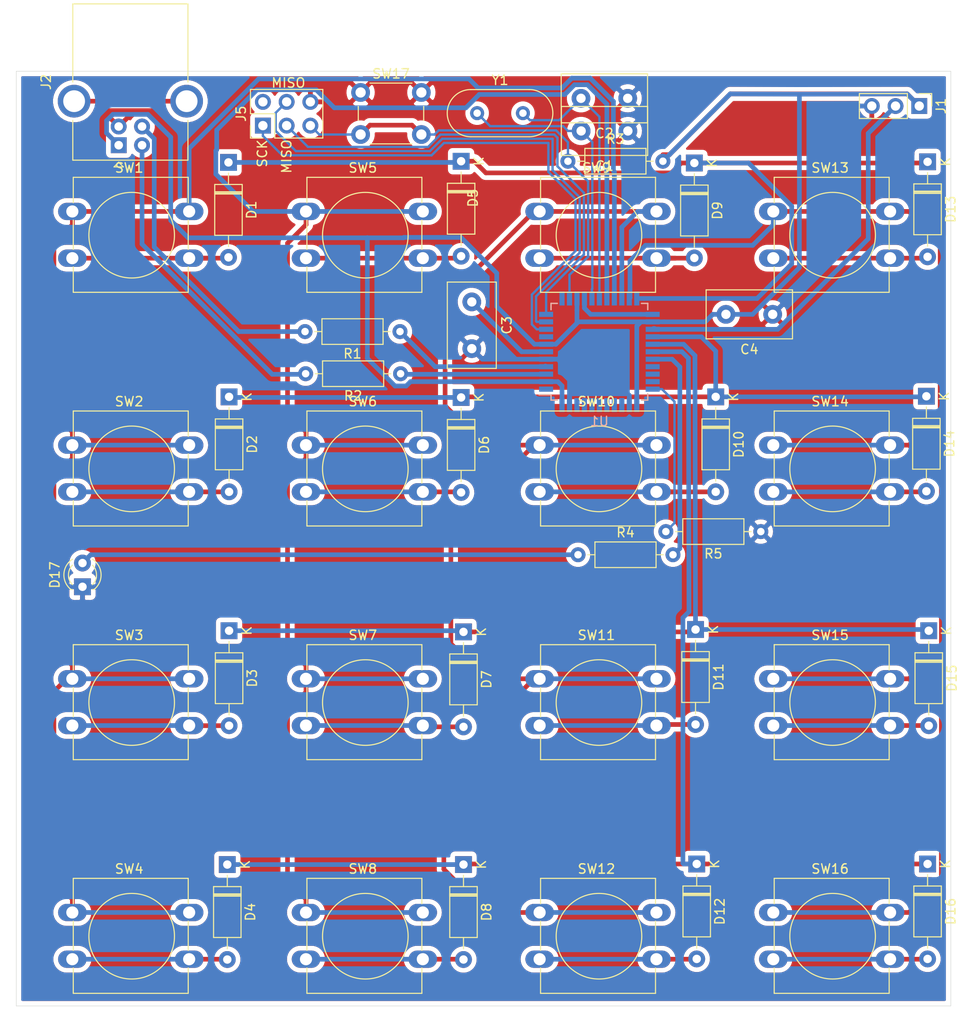
<source format=kicad_pcb>
(kicad_pcb (version 20171130) (host pcbnew 5.1.6-c6e7f7d~86~ubuntu20.04.1)
  (layers (0 F.Cu signal) (31 B.Cu signal) (34 B.Paste user) (35 F.Paste user) (36 B.SilkS user hide) (37 F.SilkS user) (38 B.Mask user hide) (39 F.Mask user hide) (44 Edge.Cuts user))
  (net 0 "")
  (net 1 "Net-(U1-Pad42)")
  (net 2 "Net-(D1-Pad2)")
  (net 3 D7)
  (net 4 "Net-(D2-Pad2)")
  (net 5 "Net-(D3-Pad2)")
  (net 6 "Net-(D4-Pad2)")
  (net 7 "Net-(D5-Pad2)")
  (net 8 "Net-(D6-Pad2)")
  (net 9 "Net-(D7-Pad2)")
  (net 10 "Net-(D8-Pad2)")
  (net 11 "Net-(D9-Pad2)")
  (net 12 "Net-(D10-Pad2)")
  (net 13 "Net-(D11-Pad2)")
  (net 14 "Net-(D12-Pad2)")
  (net 15 "Net-(D13-Pad2)")
  (net 16 "Net-(D14-Pad2)")
  (net 17 "Net-(D15-Pad2)")
  (net 18 "Net-(D16-Pad2)")
  (net 19 D3)
  (net 20 D4)
  (net 21 D5)
  (net 22 D6)
  (net 23 D0)
  (net 24 D1)
  (net 25 D2)
  (net 26 GND)
  (net 27 B0)
  (net 28 +5V)
  (net 29 C7)
  (net 30 C6)
  (net 31 B6)
  (net 32 B5)
  (net 33 B4)
  (net 34 B7)
  (net 35 B3)
  (net 36 B2)
  (net 37 B1)
  (net 38 F0)
  (net 39 F1)
  (net 40 F4)
  (net 41 F5)
  (net 42 F6)
  (net 43 F7)
  (net 44 E2)
  (net 45 "Net-(J2-Pad5)")
  (net 46 "Net-(J2-Pad3)")
  (net 47 "Net-(J2-Pad2)")
  (net 48 E6)
  (net 49 Reset)
  (net 50 "Net-(R1-Pad1)")
  (net 51 "Net-(C1-Pad2)")
  (net 52 "Net-(C2-Pad2)")
  (net 53 "Net-(J5-Pad2)")
  (net 54 "Net-(C3-Pad1)")
  (net 55 "Net-(D17-Pad2)")
  (net 56 "Net-(R2-Pad1)")
  (module Resistor_THT:R_Axial_DIN0207_L6.3mm_D2.5mm_P10.16mm_Horizontal (layer F.Cu) (at 129.667 99.2505 180)
    (fp_text reference R5 (at 5.08 -2.37) (layer F.SilkS))
    (fp_text value 1k)
    (pad 2 thru_hole oval (at 10.16 0 180) (size 1.6 1.6) (drill 0.8) (layers *.Cu *.Mask) (net 44 E2))
    (pad 1 thru_hole circle (at 0 0 180) (size 1.6 1.6) (drill 0.8) (layers *.Cu *.Mask) (net 26 GND))
  )
  (module Resistor_THT:R_Axial_DIN0207_L6.3mm_D2.5mm_P10.16mm_Horizontal (layer F.Cu) (at 110.109 101.727)
    (fp_text reference R4 (at 5.08 -2.37) (layer F.SilkS))
    (fp_text value 1k)
    (pad 2 thru_hole oval (at 10.16 0) (size 1.6 1.6) (drill 0.8) (layers *.Cu *.Mask) (net 32 B5))
    (pad 1 thru_hole circle (at 0 0) (size 1.6 1.6) (drill 0.8) (layers *.Cu *.Mask) (net 55 "Net-(D17-Pad2)"))
  )
  (module LED_THT:LED_D3.0mm (layer F.Cu) (at 57.0865 105.156 90)
    (fp_text reference D17 (at 1.27 -2.96 90) (layer F.SilkS))
    (fp_text value LED)
    (pad 2 thru_hole circle (at 2.54 0 90) (size 1.8 1.8) (drill 0.9) (layers *.Cu *.Mask) (net 55 "Net-(D17-Pad2)"))
    (pad 1 thru_hole rect (at 0 0 90) (size 1.8 1.8) (drill 0.9) (layers *.Cu *.Mask) (net 26 GND))
  )
  (module Capacitor_THT:C_Disc_D9.0mm_W5.0mm_P5.00mm (layer F.Cu) (at 130.937 76.0095 180)
    (fp_text reference C4 (at 2.5 -3.75) (layer F.SilkS))
    (fp_text value 1uF)
    (pad 2 thru_hole circle (at 5 0 180) (size 2 2) (drill 1) (layers *.Cu *.Mask) (net 28 +5V))
    (pad 1 thru_hole circle (at 0 0 180) (size 2 2) (drill 1) (layers *.Cu *.Mask) (net 26 GND))
  )
  (module Capacitor_THT:C_Disc_D9.0mm_W5.0mm_P5.00mm (layer F.Cu) (at 98.7425 74.676 270)
    (fp_text reference C3 (at 2.5 -3.75 90) (layer F.SilkS))
    (fp_text value C)
    (pad 2 thru_hole circle (at 5 0 270) (size 2 2) (drill 1) (layers *.Cu *.Mask) (net 26 GND))
    (pad 1 thru_hole circle (at 0 0 270) (size 2 2) (drill 1) (layers *.Cu *.Mask) (net 54 "Net-(C3-Pad1)"))
  )
  (module Button_Switch_THT:SW_PUSH_6mm (layer F.Cu) (at 86.845 52.269)
    (fp_text reference SW17 (at 3.25 -2) (layer F.SilkS))
    (fp_text value SW)
    (pad 1 thru_hole circle (at 6.5 0 90) (size 2 2) (drill 1.1) (layers *.Cu *.Mask) (net 26 GND))
    (pad 2 thru_hole circle (at 6.5 4.5 90) (size 2 2) (drill 1.1) (layers *.Cu *.Mask) (net 49 Reset))
    (pad 1 thru_hole circle (at 0 0 90) (size 2 2) (drill 1.1) (layers *.Cu *.Mask) (net 26 GND))
    (pad 2 thru_hole circle (at 0 4.5 90) (size 2 2) (drill 1.1) (layers *.Cu *.Mask) (net 49 Reset))
  )
  (module Resistor_THT:R_Axial_DIN0207_L6.3mm_D2.5mm_P10.16mm_Horizontal (layer F.Cu) (at 109.0295 59.6265)
    (fp_text reference R3 (at 5.08 -2.37) (layer F.SilkS))
    (fp_text value 10K)
    (pad 2 thru_hole oval (at 10.16 0) (size 1.6 1.6) (drill 0.8) (layers *.Cu *.Mask) (net 28 +5V))
    (pad 1 thru_hole circle (at 0 0) (size 1.6 1.6) (drill 0.8) (layers *.Cu *.Mask) (net 49 Reset))
  )
  (module Crystal:Crystal_HC18-U_Vertical (layer F.Cu) (at 99.314 54.483)
    (fp_text reference Y1 (at 2.45 -3.525) (layer F.SilkS))
    (fp_text value Crystal)
    (pad 2 thru_hole circle (at 4.9 0) (size 1.5 1.5) (drill 0.8) (layers *.Cu *.Mask) (net 52 "Net-(C2-Pad2)"))
    (pad 1 thru_hole circle (at 0 0) (size 1.5 1.5) (drill 0.8) (layers *.Cu *.Mask) (net 51 "Net-(C1-Pad2)"))
  )
  (module Capacitor_THT:C_Disc_D9.0mm_W5.0mm_P5.00mm (layer F.Cu) (at 115.4265 52.8955 180)
    (fp_text reference C2 (at 2.5 -3.75) (layer F.SilkS))
    (fp_text value 22pF)
    (pad 2 thru_hole circle (at 5 0 180) (size 2 2) (drill 1) (layers *.Cu *.Mask) (net 52 "Net-(C2-Pad2)"))
    (pad 1 thru_hole circle (at 0 0 180) (size 2 2) (drill 1) (layers *.Cu *.Mask) (net 26 GND))
  )
  (module Capacitor_THT:C_Disc_D9.0mm_W5.0mm_P5.00mm (layer F.Cu) (at 115.443 56.388 180)
    (fp_text reference C1 (at 2.5 -3.75) (layer F.SilkS))
    (fp_text value 22pF)
    (pad 2 thru_hole circle (at 5 0 180) (size 2 2) (drill 1) (layers *.Cu *.Mask) (net 51 "Net-(C1-Pad2)"))
    (pad 1 thru_hole circle (at 0 0 180) (size 2 2) (drill 1) (layers *.Cu *.Mask) (net 26 GND))
  )
  (module Resistor_THT:R_Axial_DIN0207_L6.3mm_D2.5mm_P10.16mm_Horizontal (layer F.Cu) (at 91.1225 82.3595 180)
    (fp_text reference R2 (at 5.08 -2.37) (layer F.SilkS))
    (fp_text value 22R)
    (pad 2 thru_hole oval (at 10.16 0 180) (size 1.6 1.6) (drill 0.8) (layers *.Cu *.Mask) (net 47 "Net-(J2-Pad2)"))
    (pad 1 thru_hole circle (at 0 0 180) (size 1.6 1.6) (drill 0.8) (layers *.Cu *.Mask) (net 56 "Net-(R2-Pad1)"))
  )
  (module Resistor_THT:R_Axial_DIN0207_L6.3mm_D2.5mm_P10.16mm_Horizontal (layer F.Cu) (at 91.059 77.851 180)
    (fp_text reference R1 (at 5.08 -2.37) (layer F.SilkS))
    (fp_text value 22R)
    (pad 2 thru_hole oval (at 10.16 0 180) (size 1.6 1.6) (drill 0.8) (layers *.Cu *.Mask) (net 46 "Net-(J2-Pad3)"))
    (pad 1 thru_hole circle (at 0 0 180) (size 1.6 1.6) (drill 0.8) (layers *.Cu *.Mask) (net 50 "Net-(R1-Pad1)"))
  )
  (module Connector_PinHeader_2.54mm:PinHeader_2x03_P2.54mm_Vertical (layer F.Cu) (at 76.3905 55.8165 90)
    (fp_text reference J5 (at 1.27 -2.33 90) (layer F.SilkS))
    (fp_text value Conn_02x03_Odd_Even)
    (pad 6 thru_hole oval (at 2.54 5.08 90) (size 1.7 1.7) (drill 1) (layers *.Cu *.Mask) (net 26 GND))
    (pad 5 thru_hole oval (at 0 5.08 90) (size 1.7 1.7) (drill 1) (layers *.Cu *.Mask) (net 49 Reset))
    (pad 4 thru_hole oval (at 2.54 2.54 90) (size 1.7 1.7) (drill 1) (layers *.Cu *.Mask) (net 36 B2))
    (pad 3 thru_hole oval (at 0 2.54 90) (size 1.7 1.7) (drill 1) (layers *.Cu *.Mask) (net 35 B3))
    (pad 2 thru_hole oval (at 2.54 0 90) (size 1.7 1.7) (drill 1) (layers *.Cu *.Mask) (net 53 "Net-(J5-Pad2)"))
    (pad 1 thru_hole rect (at 0 0 90) (size 1.7 1.7) (drill 1) (layers *.Cu *.Mask) (net 37 B1))
  )
  (module Connector_USB:USB_B_OST_USB-B1HSxx_Horizontal (layer F.Cu) (at 60.96 57.912 90)
    (fp_text reference J2 (at 6.76 -7.77 90) (layer F.SilkS))
    (fp_text value USB_B)
    (pad 5 thru_hole circle (at 4.71 7.27 90) (size 3.5 3.5) (drill 2.33) (layers *.Cu *.Mask) (net 45 "Net-(J2-Pad5)"))
    (pad 5 thru_hole circle (at 4.71 -4.77 90) (size 3.5 3.5) (drill 2.33) (layers *.Cu *.Mask) (net 45 "Net-(J2-Pad5)"))
    (pad 4 thru_hole circle (at 2 0 90) (size 1.7 1.7) (drill 0.92) (layers *.Cu *.Mask) (net 26 GND))
    (pad 3 thru_hole circle (at 2 2.5 90) (size 1.7 1.7) (drill 0.92) (layers *.Cu *.Mask) (net 46 "Net-(J2-Pad3)"))
    (pad 2 thru_hole circle (at 0 2.5 90) (size 1.7 1.7) (drill 0.92) (layers *.Cu *.Mask) (net 47 "Net-(J2-Pad2)"))
    (pad 1 thru_hole rect (at 0 0 90) (size 1.7 1.7) (drill 0.92) (layers *.Cu *.Mask) (net 28 +5V))
  )
  (module Connector_PinHeader_2.54mm:PinHeader_1x03_P2.54mm_Vertical (layer F.Cu) (at 146.6215 53.721 270)
    (fp_text reference J1 (at 0 -2.33 90) (layer F.SilkS))
    (fp_text value Conn_01x03)
    (pad 3 thru_hole oval (at 0 5.08 270) (size 1.7 1.7) (drill 1) (layers *.Cu *.Mask) (net 26 GND))
    (pad 2 thru_hole oval (at 0 2.54 270) (size 1.7 1.7) (drill 1) (layers *.Cu *.Mask) (net 20 D4))
    (pad 1 thru_hole rect (at 0 0 270) (size 1.7 1.7) (drill 1) (layers *.Cu *.Mask) (net 28 +5V))
  )
  (module Button_Switch_THT:SW_PUSH-12mm (layer F.Cu) (at 106 90)
    (fp_text reference SW10 (at 6.08 -4.66) (layer F.SilkS))
    (fp_text value SW_DIP_x01)
    (pad 2 thru_hole oval (at 0 5) (size 3.048 1.85) (drill 1.3) (layers *.Cu *.Mask) (net 12 "Net-(D10-Pad2)"))
    (pad 1 thru_hole oval (at 0 0) (size 3.048 1.85) (drill 1.3) (layers *.Cu *.Mask) (net 25 D2))
    (pad 2 thru_hole oval (at 12.5 5) (size 3.048 1.85) (drill 1.3) (layers *.Cu *.Mask) (net 12 "Net-(D10-Pad2)"))
    (pad 1 thru_hole oval (at 12.5 0) (size 3.048 1.85) (drill 1.3) (layers *.Cu *.Mask) (net 25 D2))
  )
  (module Button_Switch_THT:SW_PUSH-12mm (layer F.Cu) (at 81 90)
    (fp_text reference SW6 (at 6.08 -4.66) (layer F.SilkS))
    (fp_text value SW_DIP_x01)
    (pad 2 thru_hole oval (at 0 5) (size 3.048 1.85) (drill 1.3) (layers *.Cu *.Mask) (net 8 "Net-(D6-Pad2)"))
    (pad 1 thru_hole oval (at 0 0) (size 3.048 1.85) (drill 1.3) (layers *.Cu *.Mask) (net 23 D0))
    (pad 2 thru_hole oval (at 12.5 5) (size 3.048 1.85) (drill 1.3) (layers *.Cu *.Mask) (net 8 "Net-(D6-Pad2)"))
    (pad 1 thru_hole oval (at 12.5 0) (size 3.048 1.85) (drill 1.3) (layers *.Cu *.Mask) (net 23 D0))
  )
  (module Diode_THT:D_A-405_P10.16mm_Horizontal (layer F.Cu) (at 147.5105 134.8105 270)
    (fp_text reference D16 (at 5.08 -2.47 90) (layer F.SilkS))
    (fp_text value D)
    (fp_text user K (at 0 -1.9 90) (layer F.SilkS))
    (pad 2 thru_hole oval (at 10.16 0 270) (size 1.8 1.8) (drill 0.9) (layers *.Cu *.Mask) (net 18 "Net-(D16-Pad2)"))
    (pad 1 thru_hole rect (at 0 0 270) (size 1.8 1.8) (drill 0.9) (layers *.Cu *.Mask) (net 33 B4))
  )
  (module Diode_THT:D_A-405_P10.16mm_Horizontal (layer F.Cu) (at 147.6375 109.855 270)
    (fp_text reference D15 (at 5.08 -2.47 90) (layer F.SilkS))
    (fp_text value D)
    (fp_text user K (at 0 -1.9 90) (layer F.SilkS))
    (pad 2 thru_hole oval (at 10.16 0 270) (size 1.8 1.8) (drill 0.9) (layers *.Cu *.Mask) (net 17 "Net-(D15-Pad2)"))
    (pad 1 thru_hole rect (at 0 0 270) (size 1.8 1.8) (drill 0.9) (layers *.Cu *.Mask) (net 3 D7))
  )
  (module Diode_THT:D_A-405_P10.16mm_Horizontal (layer F.Cu) (at 147.3835 84.7725 270)
    (fp_text reference D14 (at 5.08 -2.47 90) (layer F.SilkS))
    (fp_text value D)
    (fp_text user K (at 0 -1.9 90) (layer F.SilkS))
    (pad 2 thru_hole oval (at 10.16 0 270) (size 1.8 1.8) (drill 0.9) (layers *.Cu *.Mask) (net 16 "Net-(D14-Pad2)"))
    (pad 1 thru_hole rect (at 0 0 270) (size 1.8 1.8) (drill 0.9) (layers *.Cu *.Mask) (net 22 D6))
  )
  (module Diode_THT:D_A-405_P10.16mm_Horizontal (layer F.Cu) (at 147.5105 59.69 270)
    (fp_text reference D13 (at 5.08 -2.47 90) (layer F.SilkS))
    (fp_text value D)
    (fp_text user K (at 0 -1.9 90) (layer F.SilkS))
    (pad 2 thru_hole oval (at 10.16 0 270) (size 1.8 1.8) (drill 0.9) (layers *.Cu *.Mask) (net 15 "Net-(D13-Pad2)"))
    (pad 1 thru_hole rect (at 0 0 270) (size 1.8 1.8) (drill 0.9) (layers *.Cu *.Mask) (net 21 D5))
  )
  (module Diode_THT:D_A-405_P10.16mm_Horizontal (layer F.Cu) (at 122.809 134.8105 270)
    (fp_text reference D12 (at 5.08 -2.47 90) (layer F.SilkS))
    (fp_text value D)
    (fp_text user K (at 0 -1.9 90) (layer F.SilkS))
    (pad 2 thru_hole oval (at 10.16 0 270) (size 1.8 1.8) (drill 0.9) (layers *.Cu *.Mask) (net 14 "Net-(D12-Pad2)"))
    (pad 1 thru_hole rect (at 0 0 270) (size 1.8 1.8) (drill 0.9) (layers *.Cu *.Mask) (net 33 B4))
  )
  (module Diode_THT:D_A-405_P10.16mm_Horizontal (layer F.Cu) (at 122.682 109.728 270)
    (fp_text reference D11 (at 5.08 -2.47 90) (layer F.SilkS))
    (fp_text value D)
    (fp_text user K (at 0 -1.9 90) (layer F.SilkS))
    (pad 2 thru_hole oval (at 10.16 0 270) (size 1.8 1.8) (drill 0.9) (layers *.Cu *.Mask) (net 13 "Net-(D11-Pad2)"))
    (pad 1 thru_hole rect (at 0 0 270) (size 1.8 1.8) (drill 0.9) (layers *.Cu *.Mask) (net 3 D7))
  )
  (module Diode_THT:D_A-405_P10.16mm_Horizontal (layer F.Cu) (at 124.841 84.836 270)
    (fp_text reference D10 (at 5.08 -2.47 90) (layer F.SilkS))
    (fp_text value D)
    (fp_text user K (at 0 -1.9 90) (layer F.SilkS))
    (pad 2 thru_hole oval (at 10.16 0 270) (size 1.8 1.8) (drill 0.9) (layers *.Cu *.Mask) (net 12 "Net-(D10-Pad2)"))
    (pad 1 thru_hole rect (at 0 0 270) (size 1.8 1.8) (drill 0.9) (layers *.Cu *.Mask) (net 22 D6))
  )
  (module Diode_THT:D_A-405_P10.16mm_Horizontal (layer F.Cu) (at 122.555 59.817 270)
    (fp_text reference D9 (at 5.08 -2.47 90) (layer F.SilkS))
    (fp_text value D)
    (fp_text user K (at 0 -1.9 90) (layer F.SilkS))
    (pad 2 thru_hole oval (at 10.16 0 270) (size 1.8 1.8) (drill 0.9) (layers *.Cu *.Mask) (net 11 "Net-(D9-Pad2)"))
    (pad 1 thru_hole rect (at 0 0 270) (size 1.8 1.8) (drill 0.9) (layers *.Cu *.Mask) (net 21 D5))
  )
  (module Diode_THT:D_A-405_P10.16mm_Horizontal (layer F.Cu) (at 97.8535 134.874 270)
    (fp_text reference D8 (at 5.08 -2.47 90) (layer F.SilkS))
    (fp_text value D)
    (fp_text user K (at 0 -1.9 90) (layer F.SilkS))
    (pad 2 thru_hole oval (at 10.16 0 270) (size 1.8 1.8) (drill 0.9) (layers *.Cu *.Mask) (net 10 "Net-(D8-Pad2)"))
    (pad 1 thru_hole rect (at 0 0 270) (size 1.8 1.8) (drill 0.9) (layers *.Cu *.Mask) (net 33 B4))
  )
  (module Diode_THT:D_A-405_P10.16mm_Horizontal (layer F.Cu) (at 97.8535 109.982 270)
    (fp_text reference D7 (at 5.08 -2.47 90) (layer F.SilkS))
    (fp_text value D)
    (fp_text user K (at 0 -1.9 90) (layer F.SilkS))
    (pad 2 thru_hole oval (at 10.16 0 270) (size 1.8 1.8) (drill 0.9) (layers *.Cu *.Mask) (net 9 "Net-(D7-Pad2)"))
    (pad 1 thru_hole rect (at 0 0 270) (size 1.8 1.8) (drill 0.9) (layers *.Cu *.Mask) (net 3 D7))
  )
  (module Diode_THT:D_A-405_P10.16mm_Horizontal (layer F.Cu) (at 97.5995 84.8995 270)
    (fp_text reference D6 (at 5.08 -2.47 90) (layer F.SilkS))
    (fp_text value D)
    (fp_text user K (at 0 -1.9 90) (layer F.SilkS))
    (pad 2 thru_hole oval (at 10.16 0 270) (size 1.8 1.8) (drill 0.9) (layers *.Cu *.Mask) (net 8 "Net-(D6-Pad2)"))
    (pad 1 thru_hole rect (at 0 0 270) (size 1.8 1.8) (drill 0.9) (layers *.Cu *.Mask) (net 22 D6))
  )
  (module Diode_THT:D_A-405_P10.16mm_Horizontal (layer F.Cu) (at 97.5995 59.6265 270)
    (fp_text reference D5 (at 3.937 -1.27 90) (layer F.SilkS))
    (fp_text value D)
    (fp_text user K (at 0 -1.9 90) (layer F.SilkS))
    (pad 2 thru_hole oval (at 10.16 0 270) (size 1.8 1.8) (drill 0.9) (layers *.Cu *.Mask) (net 7 "Net-(D5-Pad2)"))
    (pad 1 thru_hole rect (at 0 0 270) (size 1.8 1.8) (drill 0.9) (layers *.Cu *.Mask) (net 21 D5))
  )
  (module Diode_THT:D_A-405_P10.16mm_Horizontal (layer F.Cu) (at 72.5805 134.874 270)
    (fp_text reference D4 (at 5.08 -2.47 90) (layer F.SilkS))
    (fp_text value D)
    (fp_text user K (at 0 -1.9 90) (layer F.SilkS))
    (pad 2 thru_hole oval (at 10.16 0 270) (size 1.8 1.8) (drill 0.9) (layers *.Cu *.Mask) (net 6 "Net-(D4-Pad2)"))
    (pad 1 thru_hole rect (at 0 0 270) (size 1.8 1.8) (drill 0.9) (layers *.Cu *.Mask) (net 33 B4))
  )
  (module Diode_THT:D_A-405_P10.16mm_Horizontal (layer F.Cu) (at 72.771 109.855 270)
    (fp_text reference D3 (at 5.08 -2.47 90) (layer F.SilkS))
    (fp_text value D)
    (fp_text user K (at 0 -1.9 90) (layer F.SilkS))
    (pad 2 thru_hole oval (at 10.16 0 270) (size 1.8 1.8) (drill 0.9) (layers *.Cu *.Mask) (net 5 "Net-(D3-Pad2)"))
    (pad 1 thru_hole rect (at 0 0 270) (size 1.8 1.8) (drill 0.9) (layers *.Cu *.Mask) (net 3 D7))
  )
  (module Diode_THT:D_A-405_P10.16mm_Horizontal (layer F.Cu) (at 72.771 84.836 270)
    (fp_text reference D2 (at 5.08 -2.47 90) (layer F.SilkS))
    (fp_text value D)
    (fp_text user K (at 0 -1.9 90) (layer F.SilkS))
    (pad 2 thru_hole oval (at 10.16 0 270) (size 1.8 1.8) (drill 0.9) (layers *.Cu *.Mask) (net 4 "Net-(D2-Pad2)"))
    (pad 1 thru_hole rect (at 0 0 270) (size 1.8 1.8) (drill 0.9) (layers *.Cu *.Mask) (net 22 D6))
  )
  (module Diode_THT:D_A-405_P10.16mm_Horizontal (layer F.Cu) (at 72.7075 59.7535 270)
    (fp_text reference D1 (at 5.08 -2.47 90) (layer F.SilkS))
    (fp_text value D)
    (pad 2 thru_hole oval (at 10.16 0 270) (size 1.8 1.8) (drill 0.9) (layers *.Cu *.Mask) (net 2 "Net-(D1-Pad2)"))
    (pad 1 thru_hole rect (at 0 0 270) (size 1.8 1.8) (drill 0.9) (layers *.Cu *.Mask) (net 21 D5))
  )
  (module Button_Switch_THT:SW_PUSH-12mm (layer F.Cu) (at 131 65)
    (fp_text reference SW13 (at 6.08 -4.66) (layer F.SilkS))
    (fp_text value SW_DIP_x01)
    (pad 2 thru_hole oval (at 0 5) (size 3.048 1.85) (drill 1.3) (layers *.Cu *.Mask) (net 15 "Net-(D13-Pad2)"))
    (pad 1 thru_hole oval (at 0 0) (size 3.048 1.85) (drill 1.3) (layers *.Cu *.Mask) (net 19 D3))
    (pad 2 thru_hole oval (at 12.5 5) (size 3.048 1.85) (drill 1.3) (layers *.Cu *.Mask) (net 15 "Net-(D13-Pad2)"))
    (pad 1 thru_hole oval (at 12.5 0) (size 3.048 1.85) (drill 1.3) (layers *.Cu *.Mask) (net 19 D3))
  )
  (module Button_Switch_THT:SW_PUSH-12mm (layer F.Cu) (at 131 140)
    (fp_text reference SW16 (at 6.08 -4.66) (layer F.SilkS))
    (fp_text value SW_DIP_x01)
    (pad 2 thru_hole oval (at 0 5) (size 3.048 1.85) (drill 1.3) (layers *.Cu *.Mask) (net 18 "Net-(D16-Pad2)"))
    (pad 1 thru_hole oval (at 0 0) (size 3.048 1.85) (drill 1.3) (layers *.Cu *.Mask) (net 19 D3))
    (pad 2 thru_hole oval (at 12.5 5) (size 3.048 1.85) (drill 1.3) (layers *.Cu *.Mask) (net 18 "Net-(D16-Pad2)"))
    (pad 1 thru_hole oval (at 12.5 0) (size 3.048 1.85) (drill 1.3) (layers *.Cu *.Mask) (net 19 D3))
  )
  (module Button_Switch_THT:SW_PUSH-12mm (layer F.Cu) (at 131 115)
    (fp_text reference SW15 (at 6.08 -4.66) (layer F.SilkS))
    (fp_text value SW_DIP_x01)
    (pad 2 thru_hole oval (at 0 5) (size 3.048 1.85) (drill 1.3) (layers *.Cu *.Mask) (net 17 "Net-(D15-Pad2)"))
    (pad 1 thru_hole oval (at 0 0) (size 3.048 1.85) (drill 1.3) (layers *.Cu *.Mask) (net 19 D3))
    (pad 2 thru_hole oval (at 12.5 5) (size 3.048 1.85) (drill 1.3) (layers *.Cu *.Mask) (net 17 "Net-(D15-Pad2)"))
    (pad 1 thru_hole oval (at 12.5 0) (size 3.048 1.85) (drill 1.3) (layers *.Cu *.Mask) (net 19 D3))
  )
  (module Button_Switch_THT:SW_PUSH-12mm (layer F.Cu) (at 131 90)
    (fp_text reference SW14 (at 6.08 -4.66) (layer F.SilkS))
    (fp_text value SW_DIP_x01)
    (pad 2 thru_hole oval (at 0 5) (size 3.048 1.85) (drill 1.3) (layers *.Cu *.Mask) (net 16 "Net-(D14-Pad2)"))
    (pad 1 thru_hole oval (at 0 0) (size 3.048 1.85) (drill 1.3) (layers *.Cu *.Mask) (net 19 D3))
    (pad 2 thru_hole oval (at 12.5 5) (size 3.048 1.85) (drill 1.3) (layers *.Cu *.Mask) (net 16 "Net-(D14-Pad2)"))
    (pad 1 thru_hole oval (at 12.5 0) (size 3.048 1.85) (drill 1.3) (layers *.Cu *.Mask) (net 19 D3))
  )
  (module Button_Switch_THT:SW_PUSH-12mm (layer F.Cu) (at 106 140)
    (fp_text reference SW12 (at 6.08 -4.66) (layer F.SilkS))
    (fp_text value SW_DIP_x01)
    (pad 2 thru_hole oval (at 0 5) (size 3.048 1.85) (drill 1.3) (layers *.Cu *.Mask) (net 14 "Net-(D12-Pad2)"))
    (pad 1 thru_hole oval (at 0 0) (size 3.048 1.85) (drill 1.3) (layers *.Cu *.Mask) (net 25 D2))
    (pad 2 thru_hole oval (at 12.5 5) (size 3.048 1.85) (drill 1.3) (layers *.Cu *.Mask) (net 14 "Net-(D12-Pad2)"))
    (pad 1 thru_hole oval (at 12.5 0) (size 3.048 1.85) (drill 1.3) (layers *.Cu *.Mask) (net 25 D2))
  )
  (module Button_Switch_THT:SW_PUSH-12mm (layer F.Cu) (at 106 115)
    (fp_text reference SW11 (at 6.08 -4.66) (layer F.SilkS))
    (fp_text value SW_DIP_x01)
    (pad 2 thru_hole oval (at 0 5) (size 3.048 1.85) (drill 1.3) (layers *.Cu *.Mask) (net 13 "Net-(D11-Pad2)"))
    (pad 1 thru_hole oval (at 0 0) (size 3.048 1.85) (drill 1.3) (layers *.Cu *.Mask) (net 25 D2))
    (pad 2 thru_hole oval (at 12.5 5) (size 3.048 1.85) (drill 1.3) (layers *.Cu *.Mask) (net 13 "Net-(D11-Pad2)"))
    (pad 1 thru_hole oval (at 12.5 0) (size 3.048 1.85) (drill 1.3) (layers *.Cu *.Mask) (net 25 D2))
  )
  (module Button_Switch_THT:SW_PUSH-12mm (layer F.Cu) (at 106 65)
    (fp_text reference SW9 (at 6.08 -4.66) (layer F.SilkS))
    (fp_text value SW_DIP_x01)
    (pad 2 thru_hole oval (at 0 5) (size 3.048 1.85) (drill 1.3) (layers *.Cu *.Mask) (net 11 "Net-(D9-Pad2)"))
    (pad 1 thru_hole oval (at 0 0) (size 3.048 1.85) (drill 1.3) (layers *.Cu *.Mask) (net 25 D2))
    (pad 2 thru_hole oval (at 12.5 5) (size 3.048 1.85) (drill 1.3) (layers *.Cu *.Mask) (net 11 "Net-(D9-Pad2)"))
    (pad 1 thru_hole oval (at 12.5 0) (size 3.048 1.85) (drill 1.3) (layers *.Cu *.Mask) (net 25 D2))
  )
  (module Button_Switch_THT:SW_PUSH-12mm (layer F.Cu) (at 81 140)
    (fp_text reference SW8 (at 6.08 -4.66) (layer F.SilkS))
    (fp_text value SW_DIP_x01)
    (pad 2 thru_hole oval (at 0 5) (size 3.048 1.85) (drill 1.3) (layers *.Cu *.Mask) (net 10 "Net-(D8-Pad2)"))
    (pad 1 thru_hole oval (at 0 0) (size 3.048 1.85) (drill 1.3) (layers *.Cu *.Mask) (net 23 D0))
    (pad 2 thru_hole oval (at 12.5 5) (size 3.048 1.85) (drill 1.3) (layers *.Cu *.Mask) (net 10 "Net-(D8-Pad2)"))
    (pad 1 thru_hole oval (at 12.5 0) (size 3.048 1.85) (drill 1.3) (layers *.Cu *.Mask) (net 23 D0))
  )
  (module Package_QFP:TQFP-44_10x10mm_P0.8mm (layer B.Cu) (at 112.395 80.01)
    (fp_text reference U1 (at 0 7.45) (layer B.SilkS) (effects (justify mirror)))
    (fp_text value ATmega32U4-AU)
    (pad 44 smd rect (at -4 5.7 270) (size 1.5 0.55) (layers B.Cu B.Paste B.Mask) (net 28 +5V))
    (pad 43 smd rect (at -3.2 5.7 270) (size 1.5 0.55) (layers B.Cu B.Paste B.Mask) (net 26 GND))
    (pad 42 smd rect (at -2.4 5.7 270) (size 1.5 0.55) (layers B.Cu B.Paste B.Mask) (net 1 "Net-(U1-Pad42)"))
    (pad 41 smd rect (at -1.6 5.7 270) (size 1.5 0.55) (layers B.Cu B.Paste B.Mask) (net 38 F0))
    (pad 40 smd rect (at -0.8 5.7 270) (size 1.5 0.55) (layers B.Cu B.Paste B.Mask) (net 39 F1))
    (pad 39 smd rect (at 0 5.7 270) (size 1.5 0.55) (layers B.Cu B.Paste B.Mask) (net 40 F4))
    (pad 38 smd rect (at 0.8 5.7 270) (size 1.5 0.55) (layers B.Cu B.Paste B.Mask) (net 41 F5))
    (pad 37 smd rect (at 1.6 5.7 270) (size 1.5 0.55) (layers B.Cu B.Paste B.Mask) (net 42 F6))
    (pad 36 smd rect (at 2.4 5.7 270) (size 1.5 0.55) (layers B.Cu B.Paste B.Mask) (net 43 F7))
    (pad 35 smd rect (at 3.2 5.7 270) (size 1.5 0.55) (layers B.Cu B.Paste B.Mask) (net 26 GND))
    (pad 34 smd rect (at 4 5.7 270) (size 1.5 0.55) (layers B.Cu B.Paste B.Mask) (net 28 +5V))
    (pad 33 smd rect (at 5.7 4) (size 1.5 0.55) (layers B.Cu B.Paste B.Mask) (net 44 E2))
    (pad 32 smd rect (at 5.7 3.2) (size 1.5 0.55) (layers B.Cu B.Paste B.Mask) (net 29 C7))
    (pad 31 smd rect (at 5.7 2.4) (size 1.5 0.55) (layers B.Cu B.Paste B.Mask) (net 30 C6))
    (pad 30 smd rect (at 5.7 1.6) (size 1.5 0.55) (layers B.Cu B.Paste B.Mask) (net 31 B6))
    (pad 29 smd rect (at 5.7 0.8) (size 1.5 0.55) (layers B.Cu B.Paste B.Mask) (net 32 B5))
    (pad 28 smd rect (at 5.7 0) (size 1.5 0.55) (layers B.Cu B.Paste B.Mask) (net 33 B4))
    (pad 27 smd rect (at 5.7 -0.8) (size 1.5 0.55) (layers B.Cu B.Paste B.Mask) (net 3 D7))
    (pad 26 smd rect (at 5.7 -1.6) (size 1.5 0.55) (layers B.Cu B.Paste B.Mask) (net 22 D6))
    (pad 25 smd rect (at 5.7 -2.4) (size 1.5 0.55) (layers B.Cu B.Paste B.Mask) (net 20 D4))
    (pad 24 smd rect (at 5.7 -3.2) (size 1.5 0.55) (layers B.Cu B.Paste B.Mask) (net 28 +5V))
    (pad 23 smd rect (at 5.7 -4) (size 1.5 0.55) (layers B.Cu B.Paste B.Mask) (net 26 GND))
    (pad 22 smd rect (at 4 -5.7 270) (size 1.5 0.55) (layers B.Cu B.Paste B.Mask) (net 21 D5))
    (pad 21 smd rect (at 3.2 -5.7 270) (size 1.5 0.55) (layers B.Cu B.Paste B.Mask) (net 19 D3))
    (pad 20 smd rect (at 2.4 -5.7 270) (size 1.5 0.55) (layers B.Cu B.Paste B.Mask) (net 25 D2))
    (pad 19 smd rect (at 1.6 -5.7 270) (size 1.5 0.55) (layers B.Cu B.Paste B.Mask) (net 24 D1))
    (pad 18 smd rect (at 0.8 -5.7 270) (size 1.5 0.55) (layers B.Cu B.Paste B.Mask) (net 23 D0))
    (pad 17 smd rect (at 0 -5.7 270) (size 1.5 0.55) (layers B.Cu B.Paste B.Mask) (net 52 "Net-(C2-Pad2)"))
    (pad 16 smd rect (at -0.8 -5.7 270) (size 1.5 0.55) (layers B.Cu B.Paste B.Mask) (net 51 "Net-(C1-Pad2)"))
    (pad 15 smd rect (at -1.6 -5.7 270) (size 1.5 0.55) (layers B.Cu B.Paste B.Mask) (net 26 GND))
    (pad 14 smd rect (at -2.4 -5.7 270) (size 1.5 0.55) (layers B.Cu B.Paste B.Mask) (net 28 +5V))
    (pad 13 smd rect (at -3.2 -5.7 270) (size 1.5 0.55) (layers B.Cu B.Paste B.Mask) (net 49 Reset))
    (pad 12 smd rect (at -4 -5.7 270) (size 1.5 0.55) (layers B.Cu B.Paste B.Mask) (net 34 B7))
    (pad 11 smd rect (at -5.7 -4) (size 1.5 0.55) (layers B.Cu B.Paste B.Mask) (net 35 B3))
    (pad 10 smd rect (at -5.7 -3.2) (size 1.5 0.55) (layers B.Cu B.Paste B.Mask) (net 36 B2))
    (pad 9 smd rect (at -5.7 -2.4) (size 1.5 0.55) (layers B.Cu B.Paste B.Mask) (net 37 B1))
    (pad 8 smd rect (at -5.7 -1.6) (size 1.5 0.55) (layers B.Cu B.Paste B.Mask) (net 27 B0))
    (pad 7 smd rect (at -5.7 -0.8) (size 1.5 0.55) (layers B.Cu B.Paste B.Mask) (net 28 +5V))
    (pad 6 smd rect (at -5.7 0) (size 1.5 0.55) (layers B.Cu B.Paste B.Mask) (net 54 "Net-(C3-Pad1)"))
    (pad 5 smd rect (at -5.7 0.8) (size 1.5 0.55) (layers B.Cu B.Paste B.Mask) (net 26 GND))
    (pad 4 smd rect (at -5.7 1.6) (size 1.5 0.55) (layers B.Cu B.Paste B.Mask) (net 50 "Net-(R1-Pad1)"))
    (pad 3 smd rect (at -5.7 2.4) (size 1.5 0.55) (layers B.Cu B.Paste B.Mask) (net 56 "Net-(R2-Pad1)"))
    (pad 2 smd rect (at -5.7 3.2) (size 1.5 0.55) (layers B.Cu B.Paste B.Mask) (net 28 +5V))
    (pad 1 smd rect (at -5.7 4) (size 1.5 0.55) (layers B.Cu B.Paste B.Mask) (net 48 E6))
  )
  (module Button_Switch_THT:SW_PUSH-12mm (layer F.Cu) (at 81 115)
    (fp_text reference SW7 (at 6.08 -4.66) (layer F.SilkS))
    (fp_text value SW_DIP_x01)
    (pad 2 thru_hole oval (at 0 5) (size 3.048 1.85) (drill 1.3) (layers *.Cu *.Mask) (net 9 "Net-(D7-Pad2)"))
    (pad 1 thru_hole oval (at 0 0) (size 3.048 1.85) (drill 1.3) (layers *.Cu *.Mask) (net 23 D0))
    (pad 2 thru_hole oval (at 12.5 5) (size 3.048 1.85) (drill 1.3) (layers *.Cu *.Mask) (net 9 "Net-(D7-Pad2)"))
    (pad 1 thru_hole oval (at 12.5 0) (size 3.048 1.85) (drill 1.3) (layers *.Cu *.Mask) (net 23 D0))
  )
  (module Button_Switch_THT:SW_PUSH-12mm (layer F.Cu) (at 81 65)
    (fp_text reference SW5 (at 6.08 -4.66) (layer F.SilkS))
    (fp_text value SW_DIP_x01)
    (pad 2 thru_hole oval (at 0 5) (size 3.048 1.85) (drill 1.3) (layers *.Cu *.Mask) (net 7 "Net-(D5-Pad2)"))
    (pad 1 thru_hole oval (at 0 0) (size 3.048 1.85) (drill 1.3) (layers *.Cu *.Mask) (net 23 D0))
    (pad 2 thru_hole oval (at 12.5 5) (size 3.048 1.85) (drill 1.3) (layers *.Cu *.Mask) (net 7 "Net-(D5-Pad2)"))
    (pad 1 thru_hole oval (at 12.5 0) (size 3.048 1.85) (drill 1.3) (layers *.Cu *.Mask) (net 23 D0))
  )
  (module Button_Switch_THT:SW_PUSH-12mm (layer F.Cu) (at 56 140)
    (fp_text reference SW4 (at 6.08 -4.66) (layer F.SilkS))
    (fp_text value SW_DIP_x01)
    (pad 2 thru_hole oval (at 0 5) (size 3.048 1.85) (drill 1.3) (layers *.Cu *.Mask) (net 6 "Net-(D4-Pad2)"))
    (pad 1 thru_hole oval (at 0 0) (size 3.048 1.85) (drill 1.3) (layers *.Cu *.Mask) (net 24 D1))
    (pad 2 thru_hole oval (at 12.5 5) (size 3.048 1.85) (drill 1.3) (layers *.Cu *.Mask) (net 6 "Net-(D4-Pad2)"))
    (pad 1 thru_hole oval (at 12.5 0) (size 3.048 1.85) (drill 1.3) (layers *.Cu *.Mask) (net 24 D1))
  )
  (module Button_Switch_THT:SW_PUSH-12mm (layer F.Cu) (at 56 115)
    (fp_text reference SW3 (at 6.08 -4.66) (layer F.SilkS))
    (fp_text value SW_DIP_x01)
    (pad 2 thru_hole oval (at 0 5) (size 3.048 1.85) (drill 1.3) (layers *.Cu *.Mask) (net 5 "Net-(D3-Pad2)"))
    (pad 1 thru_hole oval (at 0 0) (size 3.048 1.85) (drill 1.3) (layers *.Cu *.Mask) (net 24 D1))
    (pad 2 thru_hole oval (at 12.5 5) (size 3.048 1.85) (drill 1.3) (layers *.Cu *.Mask) (net 5 "Net-(D3-Pad2)"))
    (pad 1 thru_hole oval (at 12.5 0) (size 3.048 1.85) (drill 1.3) (layers *.Cu *.Mask) (net 24 D1))
  )
  (module Button_Switch_THT:SW_PUSH-12mm (layer F.Cu) (at 56 90)
    (fp_text reference SW2 (at 6.08 -4.66) (layer F.SilkS))
    (fp_text value SW_DIP_x01)
    (pad 2 thru_hole oval (at 0 5) (size 3.048 1.85) (drill 1.3) (layers *.Cu *.Mask) (net 4 "Net-(D2-Pad2)"))
    (pad 1 thru_hole oval (at 0 0) (size 3.048 1.85) (drill 1.3) (layers *.Cu *.Mask) (net 24 D1))
    (pad 2 thru_hole oval (at 12.5 5) (size 3.048 1.85) (drill 1.3) (layers *.Cu *.Mask) (net 4 "Net-(D2-Pad2)"))
    (pad 1 thru_hole oval (at 12.5 0) (size 3.048 1.85) (drill 1.3) (layers *.Cu *.Mask) (net 24 D1))
  )
  (module Button_Switch_THT:SW_PUSH-12mm (layer F.Cu) (at 56 65)
    (fp_text reference SW1 (at 6.08 -4.66) (layer F.SilkS))
    (fp_text value SW_DIP_x01)
    (pad 2 thru_hole oval (at 0 5) (size 3.048 1.85) (drill 1.3) (layers *.Cu *.Mask) (net 2 "Net-(D1-Pad2)"))
    (pad 1 thru_hole oval (at 0 0) (size 3.048 1.85) (drill 1.3) (layers *.Cu *.Mask) (net 24 D1))
    (pad 2 thru_hole oval (at 12.5 5) (size 3.048 1.85) (drill 1.3) (layers *.Cu *.Mask) (net 2 "Net-(D1-Pad2)"))
    (pad 1 thru_hole oval (at 12.5 0) (size 3.048 1.85) (drill 1.3) (layers *.Cu *.Mask) (net 24 D1))
  )
  (gr_text MISO (at 79.121 51.2445) (layer F.SilkS) (effects (font (size 1 1))))
  (gr_text MISO (at 78.9305 59.1185 90) (layer F.SilkS) (effects (font (size 1 1))))
  (gr_text SCK (at 76.327 58.801 90) (layer F.SilkS) (effects (font (size 1 1))))
  (gr_line (start 50 50) (end 50 150) (layer Edge.Cuts) (width 0.05))
  (gr_line (start 50 150) (end 150 150) (layer Edge.Cuts) (width 0.05))
  (gr_line (start 150 50) (end 150 150) (layer Edge.Cuts) (width 0.05))
  (gr_line (start 50 50) (end 150 50) (layer Edge.Cuts) (width 0.05))
  (segment (start 68.5 70) (end 70.524 70) (width 0.5) (layer F.Cu) (net 2))
  (segment (start 72.621 70) (end 72.7075 69.9135) (width 0.5) (layer F.Cu) (net 2))
  (segment (start 68.5 70) (end 72.621 70) (width 0.5) (layer F.Cu) (net 2))
  (segment (start 58.024 70) (end 68.5 70) (width 0.5) (layer F.Cu) (net 2))
  (segment (start 56 70) (end 58.024 70) (width 0.5) (layer F.Cu) (net 2))
  (segment (start 97.7265 109.855) (end 97.8535 109.982) (width 0.5) (layer F.Cu) (net 3))
  (segment (start 122.428 109.982) (end 122.682 109.728) (width 0.5) (layer F.Cu) (net 3))
  (segment (start 97.8535 109.982) (end 122.428 109.982) (width 0.5) (layer F.Cu) (net 3))
  (segment (start 147.5105 109.728) (end 147.6375 109.855) (width 0.5) (layer F.Cu) (net 3))
  (segment (start 97.7265 109.855) (end 97.8535 109.982) (width 0.5) (layer B.Cu) (net 3))
  (segment (start 72.771 109.855) (end 97.7265 109.855) (width 0.5) (layer B.Cu) (net 3))
  (segment (start 122.6185 80.417038) (end 122.6185 80.4545) (width 0.5) (layer B.Cu) (net 3))
  (segment (start 121.411462 79.21) (end 122.6185 80.417038) (width 0.5) (layer B.Cu) (net 3))
  (segment (start 118.095 79.21) (end 121.411462 79.21) (width 0.5) (layer B.Cu) (net 3))
  (segment (start 122.682 109.728) (end 122.6185 80.4545) (width 0.5) (layer B.Cu) (net 3))
  (segment (start 147.5105 109.728) (end 147.6375 109.855) (width 0.5) (layer B.Cu) (net 3))
  (segment (start 122.682 109.728) (end 147.5105 109.728) (width 0.5) (layer B.Cu) (net 3))
  (segment (start 72.767 95) (end 72.771 94.996) (width 0.5) (layer F.Cu) (net 4))
  (segment (start 68.5 95) (end 72.767 95) (width 0.5) (layer F.Cu) (net 4))
  (segment (start 56 95) (end 68.5 95) (width 0.5) (layer B.Cu) (net 4))
  (segment (start 68.515 120.015) (end 68.5 120) (width 0.5) (layer F.Cu) (net 5))
  (segment (start 72.771 120.015) (end 68.515 120.015) (width 0.5) (layer F.Cu) (net 5))
  (segment (start 56 120) (end 68.5 120) (width 0.5) (layer B.Cu) (net 5))
  (segment (start 72.5465 145) (end 72.5805 145.034) (width 0.5) (layer F.Cu) (net 6))
  (segment (start 68.5 145) (end 72.5465 145) (width 0.5) (layer F.Cu) (net 6))
  (segment (start 56 145) (end 68.5 145) (width 0.5) (layer B.Cu) (net 6))
  (segment (start 97.386 70) (end 97.5995 69.7865) (width 0.5) (layer F.Cu) (net 7))
  (segment (start 93.5 70) (end 97.386 70) (width 0.5) (layer F.Cu) (net 7))
  (segment (start 81 70) (end 93.5 70) (width 0.5) (layer F.Cu) (net 7))
  (segment (start 97.54 95) (end 97.5995 95.0595) (width 0.5) (layer F.Cu) (net 8))
  (segment (start 93.5 95) (end 97.54 95) (width 0.5) (layer F.Cu) (net 8))
  (segment (start 81 95) (end 93.5 95) (width 0.5) (layer B.Cu) (net 8))
  (segment (start 93.642 120.142) (end 93.5 120) (width 0.5) (layer F.Cu) (net 9))
  (segment (start 97.8535 120.142) (end 93.642 120.142) (width 0.5) (layer F.Cu) (net 9))
  (segment (start 81 120) (end 93.5 120) (width 0.5) (layer B.Cu) (net 9))
  (segment (start 97.8195 145) (end 97.8535 145.034) (width 0.5) (layer F.Cu) (net 10))
  (segment (start 93.5 145) (end 97.8195 145) (width 0.5) (layer F.Cu) (net 10))
  (segment (start 81 145) (end 93.5 145) (width 0.5) (layer B.Cu) (net 10))
  (segment (start 118.5 70) (end 120.524 70) (width 0.5) (layer F.Cu) (net 11))
  (segment (start 118.5 70) (end 122.659 70) (width 0.5) (layer F.Cu) (net 11))
  (segment (start 122.636 69.977) (end 122.555 69.977) (width 0.5) (layer F.Cu) (net 11))
  (segment (start 122.659 70) (end 122.636 69.977) (width 0.5) (layer F.Cu) (net 11))
  (segment (start 106 70) (end 118.5 70) (width 0.5) (layer F.Cu) (net 11))
  (segment (start 118.5 95) (end 120.524 95) (width 0.5) (layer F.Cu) (net 12))
  (segment (start 118.5 95) (end 124.71 95) (width 0.5) (layer F.Cu) (net 12))
  (segment (start 124.714 94.996) (end 124.841 94.996) (width 0.5) (layer F.Cu) (net 12))
  (segment (start 124.71 95) (end 124.714 94.996) (width 0.5) (layer F.Cu) (net 12))
  (segment (start 106 95) (end 118.5 95) (width 0.5) (layer B.Cu) (net 12))
  (segment (start 118.612 119.888) (end 118.5 120) (width 0.5) (layer F.Cu) (net 13))
  (segment (start 122.682 119.888) (end 118.612 119.888) (width 0.5) (layer F.Cu) (net 13))
  (segment (start 108.024 120) (end 118.5 120) (width 0.5) (layer B.Cu) (net 13))
  (segment (start 106 120) (end 108.024 120) (width 0.5) (layer B.Cu) (net 13))
  (segment (start 122.7795 145) (end 122.809 144.9705) (width 0.5) (layer F.Cu) (net 14))
  (segment (start 118.5 145) (end 122.7795 145) (width 0.5) (layer F.Cu) (net 14))
  (segment (start 106 145) (end 118.5 145) (width 0.5) (layer B.Cu) (net 14))
  (segment (start 147.3605 70) (end 147.5105 69.85) (width 0.5) (layer F.Cu) (net 15))
  (segment (start 143.5 70) (end 147.3605 70) (width 0.5) (layer F.Cu) (net 15))
  (segment (start 133.024 70) (end 143.5 70) (width 0.5) (layer F.Cu) (net 15))
  (segment (start 131 70) (end 133.024 70) (width 0.5) (layer F.Cu) (net 15))
  (segment (start 147.316 95) (end 147.3835 94.9325) (width 0.5) (layer F.Cu) (net 16))
  (segment (start 143.5 95) (end 147.316 95) (width 0.5) (layer F.Cu) (net 16))
  (segment (start 131 95) (end 143.5 95) (width 0.5) (layer B.Cu) (net 16))
  (segment (start 147.6225 120) (end 147.6375 120.015) (width 0.5) (layer F.Cu) (net 17))
  (segment (start 143.5 120) (end 147.6225 120) (width 0.5) (layer F.Cu) (net 17))
  (segment (start 131 120) (end 143.5 120) (width 0.5) (layer B.Cu) (net 17))
  (segment (start 147.481 145) (end 147.5105 144.9705) (width 0.5) (layer F.Cu) (net 18))
  (segment (start 143.5 145) (end 147.481 145) (width 0.5) (layer F.Cu) (net 18))
  (segment (start 133.024 145) (end 143.5 145) (width 0.5) (layer B.Cu) (net 18))
  (segment (start 131 145) (end 133.024 145) (width 0.5) (layer B.Cu) (net 18))
  (segment (start 148.860501 68.336501) (end 148.860501 86.663499) (width 0.5) (layer F.Cu) (net 19))
  (segment (start 145.524 65) (end 148.860501 68.336501) (width 0.5) (layer F.Cu) (net 19))
  (segment (start 148.860501 86.663499) (end 145.524 90) (width 0.5) (layer F.Cu) (net 19))
  (segment (start 143.5 65) (end 145.524 65) (width 0.5) (layer F.Cu) (net 19))
  (segment (start 148.987501 93.463501) (end 148.987501 111.536499) (width 0.5) (layer F.Cu) (net 19))
  (segment (start 145.524 90) (end 148.987501 93.463501) (width 0.5) (layer F.Cu) (net 19))
  (segment (start 148.987501 111.536499) (end 145.524 115) (width 0.5) (layer F.Cu) (net 19))
  (segment (start 143.5 90) (end 145.524 90) (width 0.5) (layer F.Cu) (net 19))
  (segment (start 148.987501 136.536499) (end 145.524 140) (width 0.5) (layer F.Cu) (net 19))
  (segment (start 148.987501 118.463501) (end 148.987501 136.536499) (width 0.5) (layer F.Cu) (net 19))
  (segment (start 145.524 115) (end 148.987501 118.463501) (width 0.5) (layer F.Cu) (net 19))
  (segment (start 145.524 140) (end 143.5 140) (width 0.5) (layer F.Cu) (net 19))
  (segment (start 143.5 115) (end 145.524 115) (width 0.5) (layer F.Cu) (net 19))
  (segment (start 115.669999 74.235001) (end 115.595 74.31) (width 0.5) (layer B.Cu) (net 19))
  (segment (start 115.669999 70.286444) (end 115.669999 74.235001) (width 0.5) (layer B.Cu) (net 19))
  (segment (start 117.331453 68.62499) (end 115.669999 70.286444) (width 0.5) (layer B.Cu) (net 19))
  (segment (start 128.80001 68.62499) (end 117.331453 68.62499) (width 0.5) (layer B.Cu) (net 19))
  (segment (start 131 66.425) (end 128.80001 68.62499) (width 0.5) (layer B.Cu) (net 19))
  (segment (start 131 65) (end 131 66.425) (width 0.5) (layer B.Cu) (net 19))
  (segment (start 131 140) (end 143.5 140) (width 0.5) (layer B.Cu) (net 19))
  (segment (start 133.024 65) (end 143.5 65) (width 0.5) (layer F.Cu) (net 19))
  (segment (start 131 65) (end 133.024 65) (width 0.5) (layer F.Cu) (net 19))
  (segment (start 131 90) (end 143.5 90) (width 0.5) (layer B.Cu) (net 19))
  (segment (start 131 115) (end 143.5 115) (width 0.5) (layer B.Cu) (net 19))
  (segment (start 118.377 77.61) (end 118.302001 77.535001) (width 0.5) (layer B.Cu) (net 20))
  (segment (start 118.169999 77.535001) (end 118.095 77.61) (width 0.5) (layer B.Cu) (net 20))
  (segment (start 118.302001 77.535001) (end 118.169999 77.535001) (width 0.5) (layer B.Cu) (net 20))
  (segment (start 143.231501 54.570999) (end 144.0815 53.721) (width 0.5) (layer B.Cu) (net 20))
  (segment (start 141.1605 67.932002) (end 141.1605 56.642) (width 0.5) (layer B.Cu) (net 20))
  (segment (start 141.1605 56.642) (end 143.231501 54.570999) (width 0.5) (layer B.Cu) (net 20))
  (segment (start 131.482502 77.61) (end 141.1605 67.932002) (width 0.5) (layer B.Cu) (net 20))
  (segment (start 118.095 77.61) (end 131.482502 77.61) (width 0.5) (layer B.Cu) (net 20))
  (segment (start 97.4725 59.7535) (end 97.5995 59.6265) (width 0.5) (layer F.Cu) (net 21))
  (segment (start 122.3645 59.6265) (end 122.555 59.817) (width 0.5) (layer F.Cu) (net 21))
  (segment (start 147.3835 59.817) (end 147.5105 59.69) (width 0.5) (layer F.Cu) (net 21))
  (segment (start 122.555 59.817) (end 147.3835 59.817) (width 0.5) (layer F.Cu) (net 21))
  (segment (start 97.4725 59.7535) (end 97.5995 59.6265) (width 0.5) (layer B.Cu) (net 21))
  (segment (start 72.7075 59.7535) (end 97.4725 59.7535) (width 0.5) (layer B.Cu) (net 21))
  (segment (start 117.17 74.31) (end 116.395 74.31) (width 0.5) (layer B.Cu) (net 21))
  (segment (start 129.271 74.31) (end 117.17 74.31) (width 0.5) (layer B.Cu) (net 21))
  (segment (start 132.97401 70.60699) (end 129.271 74.31) (width 0.5) (layer B.Cu) (net 21))
  (segment (start 132.97401 64.430453) (end 132.97401 70.60699) (width 0.5) (layer B.Cu) (net 21))
  (segment (start 128.360557 59.817) (end 132.97401 64.430453) (width 0.5) (layer B.Cu) (net 21))
  (segment (start 122.555 59.817) (end 128.360557 59.817) (width 0.5) (layer B.Cu) (net 21))
  (segment (start 121.155 59.817) (end 122.555 59.817) (width 0.5) (layer F.Cu) (net 21))
  (segment (start 120.095499 60.876501) (end 121.155 59.817) (width 0.5) (layer F.Cu) (net 21))
  (segment (start 100.249501 60.876501) (end 120.095499 60.876501) (width 0.5) (layer F.Cu) (net 21))
  (segment (start 98.9995 59.6265) (end 100.249501 60.876501) (width 0.5) (layer F.Cu) (net 21))
  (segment (start 97.5995 59.6265) (end 98.9995 59.6265) (width 0.5) (layer F.Cu) (net 21))
  (segment (start 124.9045 84.7725) (end 124.841 84.836) (width 0.5) (layer F.Cu) (net 22))
  (segment (start 97.663 84.836) (end 97.5995 84.8995) (width 0.5) (layer F.Cu) (net 22))
  (segment (start 124.841 84.836) (end 97.663 84.836) (width 0.5) (layer F.Cu) (net 22))
  (segment (start 72.8345 84.8995) (end 72.771 84.836) (width 0.5) (layer F.Cu) (net 22))
  (segment (start 72.8345 84.8995) (end 72.771 84.836) (width 0.5) (layer B.Cu) (net 22))
  (segment (start 97.5995 84.8995) (end 72.8345 84.8995) (width 0.5) (layer B.Cu) (net 22))
  (segment (start 118.095 78.41) (end 123.3045 78.41) (width 0.5) (layer B.Cu) (net 22))
  (segment (start 123.3045 78.41) (end 124.841 79.9465) (width 0.5) (layer B.Cu) (net 22))
  (segment (start 124.841 84.836) (end 124.841 79.9465) (width 0.5) (layer B.Cu) (net 22))
  (segment (start 147.32 84.836) (end 147.3835 84.7725) (width 0.5) (layer B.Cu) (net 22))
  (segment (start 124.841 84.836) (end 147.32 84.836) (width 0.5) (layer B.Cu) (net 22))
  (segment (start 81 116.425) (end 81 115) (width 0.5) (layer F.Cu) (net 23))
  (segment (start 79.02599 118.39901) (end 81 116.425) (width 0.5) (layer F.Cu) (net 23))
  (segment (start 79.02599 136.60099) (end 79.02599 118.39901) (width 0.5) (layer F.Cu) (net 23))
  (segment (start 81 138.575) (end 79.02599 136.60099) (width 0.5) (layer F.Cu) (net 23))
  (segment (start 81 140) (end 81 138.575) (width 0.5) (layer F.Cu) (net 23))
  (segment (start 81 91.425) (end 81 90) (width 0.5) (layer F.Cu) (net 23))
  (segment (start 79.02599 93.39901) (end 81 91.425) (width 0.5) (layer F.Cu) (net 23))
  (segment (start 79.02599 111.60099) (end 79.02599 93.39901) (width 0.5) (layer F.Cu) (net 23))
  (segment (start 81 113.575) (end 79.02599 111.60099) (width 0.5) (layer F.Cu) (net 23))
  (segment (start 81 115) (end 81 113.575) (width 0.5) (layer F.Cu) (net 23))
  (segment (start 81 66.425) (end 81 65) (width 0.5) (layer F.Cu) (net 23))
  (segment (start 79.02599 68.39901) (end 81 66.425) (width 0.5) (layer F.Cu) (net 23))
  (segment (start 79.02599 86.60099) (end 79.02599 68.39901) (width 0.5) (layer F.Cu) (net 23))
  (segment (start 81 88.575) (end 79.02599 86.60099) (width 0.5) (layer F.Cu) (net 23))
  (segment (start 81 90) (end 81 88.575) (width 0.5) (layer F.Cu) (net 23))
  (segment (start 111.122501 51.445499) (end 113.195 53.517998) (width 0.5) (layer B.Cu) (net 23))
  (segment (start 109.730499 51.445499) (end 111.122501 51.445499) (width 0.5) (layer B.Cu) (net 23))
  (segment (start 108.691499 52.484499) (end 109.730499 51.445499) (width 0.5) (layer B.Cu) (net 23))
  (segment (start 113.195 60.946814) (end 113.195 74.31) (width 0.5) (layer B.Cu) (net 23))
  (segment (start 113.195 53.517998) (end 113.195 60.946814) (width 0.5) (layer B.Cu) (net 23))
  (segment (start 71.357499 61.013501) (end 71.357499 58.493499) (width 0.5) (layer B.Cu) (net 23))
  (segment (start 75.343998 65) (end 71.357499 61.013501) (width 0.5) (layer B.Cu) (net 23))
  (segment (start 81 65) (end 75.343998 65) (width 0.5) (layer B.Cu) (net 23))
  (segment (start 99.536501 52.484497) (end 108.691502 52.484497) (width 0.5) (layer B.Cu) (net 23))
  (segment (start 84.025001 53.906999) (end 98.113999 53.906999) (width 0.5) (layer B.Cu) (net 23))
  (segment (start 82.094501 51.976499) (end 84.025001 53.906999) (width 0.5) (layer B.Cu) (net 23))
  (segment (start 75.766499 51.976499) (end 82.094501 51.976499) (width 0.5) (layer B.Cu) (net 23))
  (segment (start 108.691502 52.484497) (end 108.9725 52.203499) (width 0.5) (layer B.Cu) (net 23))
  (segment (start 71.447499 56.295499) (end 75.766499 51.976499) (width 0.5) (layer B.Cu) (net 23))
  (segment (start 71.447499 58.403499) (end 71.447499 56.295499) (width 0.5) (layer B.Cu) (net 23))
  (segment (start 98.113999 53.906999) (end 99.536501 52.484497) (width 0.5) (layer B.Cu) (net 23))
  (segment (start 71.357499 58.493499) (end 71.447499 58.403499) (width 0.5) (layer B.Cu) (net 23))
  (segment (start 81 115) (end 93.5 115) (width 0.5) (layer B.Cu) (net 23))
  (segment (start 81 140) (end 93.5 140) (width 0.5) (layer B.Cu) (net 23))
  (segment (start 81 90) (end 93.5 90) (width 0.5) (layer B.Cu) (net 23))
  (segment (start 93.5 65) (end 81 65) (width 0.5) (layer B.Cu) (net 23))
  (segment (start 56 88.575) (end 56 90) (width 0.5) (layer F.Cu) (net 24))
  (segment (start 54.02599 86.60099) (end 56 88.575) (width 0.5) (layer F.Cu) (net 24))
  (segment (start 54.02599 68.39901) (end 54.02599 86.60099) (width 0.5) (layer F.Cu) (net 24))
  (segment (start 56 66.425) (end 54.02599 68.39901) (width 0.5) (layer F.Cu) (net 24))
  (segment (start 56 65) (end 56 66.425) (width 0.5) (layer F.Cu) (net 24))
  (segment (start 56 113.575) (end 56 115) (width 0.5) (layer F.Cu) (net 24))
  (segment (start 54.02599 111.60099) (end 56 113.575) (width 0.5) (layer F.Cu) (net 24))
  (segment (start 54.02599 93.39901) (end 54.02599 111.60099) (width 0.5) (layer F.Cu) (net 24))
  (segment (start 56 91.425) (end 54.02599 93.39901) (width 0.5) (layer F.Cu) (net 24))
  (segment (start 56 90) (end 56 91.425) (width 0.5) (layer F.Cu) (net 24))
  (segment (start 56 138.575) (end 56 140) (width 0.5) (layer F.Cu) (net 24))
  (segment (start 54.02599 136.60099) (end 56 138.575) (width 0.5) (layer F.Cu) (net 24))
  (segment (start 54.02599 116.37501) (end 54.02599 136.60099) (width 0.5) (layer F.Cu) (net 24))
  (segment (start 55.401 115) (end 54.02599 116.37501) (width 0.5) (layer F.Cu) (net 24))
  (segment (start 56 115) (end 55.401 115) (width 0.5) (layer F.Cu) (net 24))
  (segment (start 113.995 60.756851) (end 113.995 74.31) (width 0.5) (layer B.Cu) (net 24))
  (segment (start 113.89501 53.228045) (end 113.89501 60.656861) (width 0.5) (layer B.Cu) (net 24))
  (segment (start 99.409487 51.784487) (end 108.401545 51.784487) (width 0.5) (layer B.Cu) (net 24))
  (segment (start 109.440546 50.745489) (end 111.412454 50.745489) (width 0.5) (layer B.Cu) (net 24))
  (segment (start 108.401547 51.784489) (end 109.440546 50.745489) (width 0.5) (layer B.Cu) (net 24))
  (segment (start 108.401545 51.784487) (end 108.401547 51.784489) (width 0.5) (layer B.Cu) (net 24))
  (segment (start 98.443999 50.818999) (end 99.409487 51.784487) (width 0.5) (layer B.Cu) (net 24))
  (segment (start 113.89501 60.656861) (end 113.995 60.756851) (width 0.5) (layer B.Cu) (net 24))
  (segment (start 75.934036 50.818999) (end 98.443999 50.818999) (width 0.5) (layer B.Cu) (net 24))
  (segment (start 111.412454 50.745489) (end 113.89501 53.228045) (width 0.5) (layer B.Cu) (net 24))
  (segment (start 68.5 58.253035) (end 75.934036 50.818999) (width 0.5) (layer B.Cu) (net 24))
  (segment (start 68.5 65) (end 68.5 58.253035) (width 0.5) (layer B.Cu) (net 24))
  (segment (start 56 90) (end 68.5 90) (width 0.5) (layer B.Cu) (net 24))
  (segment (start 56 115) (end 68.5 115) (width 0.5) (layer B.Cu) (net 24))
  (segment (start 56 140) (end 68.5 140) (width 0.5) (layer B.Cu) (net 24))
  (segment (start 56 65) (end 68.5 65) (width 0.5) (layer F.Cu) (net 24))
  (segment (start 95.75349 124.64751) (end 105.401 115) (width 0.5) (layer F.Cu) (net 25))
  (segment (start 95.75349 135.383992) (end 95.75349 124.64751) (width 0.5) (layer F.Cu) (net 25))
  (segment (start 100.369498 140) (end 95.75349 135.383992) (width 0.5) (layer F.Cu) (net 25))
  (segment (start 105.401 115) (end 106 115) (width 0.5) (layer F.Cu) (net 25))
  (segment (start 106 140) (end 100.369498 140) (width 0.5) (layer F.Cu) (net 25))
  (segment (start 105.401 90) (end 106 90) (width 0.5) (layer F.Cu) (net 25))
  (segment (start 96.503499 98.897501) (end 105.401 90) (width 0.5) (layer F.Cu) (net 25))
  (segment (start 96.503499 111.242001) (end 96.503499 98.897501) (width 0.5) (layer F.Cu) (net 25))
  (segment (start 100.261498 115) (end 96.503499 111.242001) (width 0.5) (layer F.Cu) (net 25))
  (segment (start 106 115) (end 100.261498 115) (width 0.5) (layer F.Cu) (net 25))
  (segment (start 105.401 65) (end 106 65) (width 0.5) (layer F.Cu) (net 25))
  (segment (start 95.885 74.516) (end 105.401 65) (width 0.5) (layer F.Cu) (net 25))
  (segment (start 95.885 85.795002) (end 95.885 74.516) (width 0.5) (layer F.Cu) (net 25))
  (segment (start 100.089998 90) (end 95.885 85.795002) (width 0.5) (layer F.Cu) (net 25))
  (segment (start 106 90) (end 100.089998 90) (width 0.5) (layer F.Cu) (net 25))
  (segment (start 114.795 73.06) (end 114.795 74.31) (width 0.5) (layer B.Cu) (net 25))
  (segment (start 114.795 66.681) (end 114.795 73.06) (width 0.5) (layer B.Cu) (net 25))
  (segment (start 116.476 65) (end 114.795 66.681) (width 0.5) (layer B.Cu) (net 25))
  (segment (start 118.5 65) (end 116.476 65) (width 0.5) (layer B.Cu) (net 25))
  (segment (start 108.024 140) (end 118.5 140) (width 0.5) (layer B.Cu) (net 25))
  (segment (start 106 140) (end 108.024 140) (width 0.5) (layer B.Cu) (net 25))
  (segment (start 106 65) (end 118.5 65) (width 0.5) (layer F.Cu) (net 25))
  (segment (start 106 90) (end 118.5 90) (width 0.5) (layer B.Cu) (net 25))
  (segment (start 106 115) (end 118.5 115) (width 0.5) (layer B.Cu) (net 25))
  (segment (start 99.8765 80.81) (end 106.695 80.81) (width 0.5) (layer B.Cu) (net 26))
  (segment (start 98.7425 79.676) (end 99.8765 80.81) (width 0.5) (layer B.Cu) (net 26))
  (segment (start 107.945 80.81) (end 106.695 80.81) (width 0.5) (layer B.Cu) (net 26))
  (segment (start 109.195 82.06) (end 107.945 80.81) (width 0.5) (layer B.Cu) (net 26))
  (segment (start 109.195 85.71) (end 109.195 82.06) (width 0.5) (layer B.Cu) (net 26))
  (segment (start 106.695 80.81) (end 107.730002 80.81) (width 0.5) (layer B.Cu) (net 26))
  (segment (start 116.845 76.01) (end 118.095 76.01) (width 0.5) (layer B.Cu) (net 26))
  (segment (start 111.459998 76.01) (end 116.845 76.01) (width 0.5) (layer B.Cu) (net 26))
  (segment (start 110.795 75.345002) (end 111.459998 76.01) (width 0.5) (layer B.Cu) (net 26))
  (segment (start 110.795 74.31) (end 110.795 75.345002) (width 0.5) (layer B.Cu) (net 26))
  (segment (start 115.595 84.674998) (end 115.595 85.71) (width 0.5) (layer B.Cu) (net 26))
  (segment (start 115.430001 84.509999) (end 115.595 84.674998) (width 0.5) (layer B.Cu) (net 26))
  (segment (start 109.359999 84.509999) (end 115.430001 84.509999) (width 0.5) (layer B.Cu) (net 26))
  (segment (start 109.195 84.674998) (end 109.359999 84.509999) (width 0.5) (layer B.Cu) (net 26))
  (segment (start 109.195 85.71) (end 109.195 84.674998) (width 0.5) (layer B.Cu) (net 26))
  (segment (start 105.445 79.21) (end 106.695 79.21) (width 0.5) (layer B.Cu) (net 28))
  (segment (start 101.4095 71.598498) (end 101.4095 75.1745) (width 0.5) (layer B.Cu) (net 28))
  (segment (start 59.659999 56.611999) (end 59.659999 55.287999) (width 0.5) (layer B.Cu) (net 28))
  (segment (start 59.659999 55.287999) (end 60.335999 54.611999) (width 0.5) (layer B.Cu) (net 28))
  (segment (start 60.335999 54.611999) (end 64.084001 54.611999) (width 0.5) (layer B.Cu) (net 28))
  (segment (start 64.084001 54.611999) (end 66.52599 57.053988) (width 0.5) (layer B.Cu) (net 28))
  (segment (start 66.52599 65.95449) (end 68.3895 67.818) (width 0.5) (layer B.Cu) (net 28))
  (segment (start 60.96 57.912) (end 59.659999 56.611999) (width 0.5) (layer B.Cu) (net 28))
  (segment (start 91.44 67.818) (end 91.48297 67.77503) (width 0.5) (layer B.Cu) (net 28))
  (segment (start 91.48297 67.77503) (end 97.586032 67.77503) (width 0.5) (layer B.Cu) (net 28))
  (segment (start 97.586032 67.77503) (end 101.4095 71.598498) (width 0.5) (layer B.Cu) (net 28))
  (segment (start 66.52599 57.053988) (end 66.52599 65.95449) (width 0.5) (layer B.Cu) (net 28))
  (segment (start 101.4095 75.1745) (end 105.445 79.21) (width 0.5) (layer B.Cu) (net 28))
  (segment (start 123.722287 76.81) (end 119.345 76.81) (width 0.5) (layer B.Cu) (net 28))
  (segment (start 119.345 76.81) (end 118.095 76.81) (width 0.5) (layer B.Cu) (net 28))
  (segment (start 124.522787 76.0095) (end 123.722287 76.81) (width 0.5) (layer B.Cu) (net 28))
  (segment (start 125.937 76.0095) (end 124.522787 76.0095) (width 0.5) (layer B.Cu) (net 28))
  (segment (start 107.945 83.21) (end 106.695 83.21) (width 0.5) (layer B.Cu) (net 28))
  (segment (start 108.395 83.66) (end 107.945 83.21) (width 0.5) (layer B.Cu) (net 28))
  (segment (start 108.395 85.71) (end 108.395 83.66) (width 0.5) (layer B.Cu) (net 28))
  (segment (start 116.845 76.81) (end 118.095 76.81) (width 0.5) (layer B.Cu) (net 28))
  (segment (start 116.395 85.71) (end 116.395 77.26) (width 0.5) (layer B.Cu) (net 28))
  (segment (start 109.995 75.56) (end 109.995 74.31) (width 0.5) (layer B.Cu) (net 28))
  (segment (start 109.995 76.945002) (end 109.995 75.56) (width 0.5) (layer B.Cu) (net 28))
  (segment (start 107.730002 79.21) (end 109.995 76.945002) (width 0.5) (layer B.Cu) (net 28))
  (segment (start 116.395 77.26) (end 116.845 76.81) (width 0.5) (layer B.Cu) (net 28))
  (segment (start 107.730002 79.21) (end 106.695 79.21) (width 0.5) (layer B.Cu) (net 28))
  (segment (start 110.130002 76.81) (end 107.730002 79.21) (width 0.5) (layer B.Cu) (net 28))
  (segment (start 118.095 76.81) (end 110.130002 76.81) (width 0.5) (layer B.Cu) (net 28))
  (segment (start 119.989499 58.826501) (end 119.1895 59.6265) (width 0.5) (layer B.Cu) (net 28))
  (segment (start 126.395001 52.420999) (end 119.989499 58.826501) (width 0.5) (layer B.Cu) (net 28))
  (segment (start 146.6215 53.721) (end 145.321499 52.420999) (width 0.5) (layer B.Cu) (net 28))
  (segment (start 119.88951 58.92649) (end 119.1895 58.92649) (width 0.5) (layer F.Cu) (net 28))
  (segment (start 126.395001 52.420999) (end 119.88951 58.92649) (width 0.5) (layer F.Cu) (net 28))
  (segment (start 145.321499 52.420999) (end 126.395001 52.420999) (width 0.5) (layer F.Cu) (net 28))
  (segment (start 146.6215 53.721) (end 145.321499 52.420999) (width 0.5) (layer F.Cu) (net 28))
  (segment (start 87.5665 80.717002) (end 87.5665 67.818) (width 0.5) (layer B.Cu) (net 28))
  (segment (start 91.722501 83.673001) (end 90.522499 83.673001) (width 0.5) (layer B.Cu) (net 28))
  (segment (start 90.522499 83.673001) (end 87.5665 80.717002) (width 0.5) (layer B.Cu) (net 28))
  (segment (start 92.185502 83.21) (end 91.722501 83.673001) (width 0.5) (layer B.Cu) (net 28))
  (segment (start 106.695 83.21) (end 92.185502 83.21) (width 0.5) (layer B.Cu) (net 28))
  (segment (start 87.5665 67.818) (end 91.44 67.818) (width 0.5) (layer B.Cu) (net 28))
  (segment (start 68.3895 67.818) (end 87.5665 67.818) (width 0.5) (layer B.Cu) (net 28))
  (segment (start 128.790998 76.0095) (end 133.7945 71.005998) (width 0.5) (layer B.Cu) (net 28))
  (segment (start 125.937 76.0095) (end 128.790998 76.0095) (width 0.5) (layer B.Cu) (net 28))
  (segment (start 133.7945 71.005998) (end 133.7945 52.451) (width 0.5) (layer B.Cu) (net 28))
  (segment (start 133.7945 52.451) (end 126.395001 52.420999) (width 0.5) (layer B.Cu) (net 28))
  (segment (start 145.321499 52.420999) (end 133.7945 52.451) (width 0.5) (layer B.Cu) (net 28))
  (segment (start 121.005499 101.054001) (end 121.005499 81.635499) (width 0.5) (layer B.Cu) (net 32))
  (segment (start 120.2055 101.854) (end 121.005499 101.054001) (width 0.5) (layer B.Cu) (net 32))
  (segment (start 120.18 80.81) (end 118.095 80.81) (width 0.5) (layer B.Cu) (net 32))
  (segment (start 121.005499 81.635499) (end 120.18 80.81) (width 0.5) (layer B.Cu) (net 32))
  (segment (start 147.5105 134.8105) (end 122.809 134.8105) (width 0.5) (layer F.Cu) (net 33))
  (segment (start 97.917 134.8105) (end 97.8535 134.874) (width 0.5) (layer F.Cu) (net 33))
  (segment (start 122.809 134.8105) (end 97.917 134.8105) (width 0.5) (layer F.Cu) (net 33))
  (segment (start 97.8535 134.874) (end 72.5805 134.874) (width 0.5) (layer B.Cu) (net 33))
  (segment (start 121.331999 134.733499) (end 121.409 134.8105) (width 0.5) (layer B.Cu) (net 33))
  (segment (start 121.331999 108.467999) (end 121.331999 134.733499) (width 0.5) (layer B.Cu) (net 33))
  (segment (start 121.976998 107.823) (end 121.331999 108.467999) (width 0.5) (layer B.Cu) (net 33))
  (segment (start 121.409 134.8105) (end 122.809 134.8105) (width 0.5) (layer B.Cu) (net 33))
  (segment (start 121.98199 107.823) (end 121.976998 107.823) (width 0.5) (layer B.Cu) (net 33))
  (segment (start 121.2215 80.01) (end 121.92 80.7085) (width 0.5) (layer B.Cu) (net 33))
  (segment (start 118.095 80.01) (end 121.2215 80.01) (width 0.5) (layer B.Cu) (net 33))
  (segment (start 121.92 80.7085) (end 121.98199 107.823) (width 0.5) (layer B.Cu) (net 33))
  (segment (start 106.695 73.64359) (end 110.73849 69.6001) (width 0.25) (layer B.Cu) (net 35))
  (segment (start 106.695 76.01) (end 106.695 73.64359) (width 0.25) (layer B.Cu) (net 35))
  (segment (start 110.738489 69.600101) (end 110.679795 69.658795) (width 0.25) (layer B.Cu) (net 35))
  (segment (start 107.904499 57.105909) (end 107.904499 60.166501) (width 0.25) (layer B.Cu) (net 35))
  (segment (start 107.904499 60.166501) (end 110.738489 63.000491) (width 0.25) (layer B.Cu) (net 35))
  (segment (start 107.5731 56.77451) (end 107.904499 57.105909) (width 0.25) (layer B.Cu) (net 35))
  (segment (start 95.390113 56.77451) (end 107.5731 56.77451) (width 0.25) (layer B.Cu) (net 35))
  (segment (start 94.070622 58.094001) (end 95.390113 56.77451) (width 0.25) (layer B.Cu) (net 35))
  (segment (start 110.738489 63.000491) (end 110.738489 69.600101) (width 0.25) (layer B.Cu) (net 35))
  (segment (start 81.208001 58.094001) (end 94.070622 58.094001) (width 0.25) (layer B.Cu) (net 35))
  (segment (start 78.9305 55.8165) (end 81.208001 58.094001) (width 0.25) (layer B.Cu) (net 35))
  (segment (start 105.695 76.81) (end 106.695 76.81) (width 0.25) (layer B.Cu) (net 36))
  (segment (start 105.619999 76.734999) (end 105.695 76.81) (width 0.25) (layer B.Cu) (net 36))
  (segment (start 110.28848 63.48898) (end 110.28848 69.4137) (width 0.25) (layer B.Cu) (net 36))
  (segment (start 95.576513 57.22452) (end 107.3867 57.22452) (width 0.25) (layer B.Cu) (net 36))
  (segment (start 110.28848 69.4137) (end 105.619999 74.082181) (width 0.25) (layer B.Cu) (net 36))
  (segment (start 107.3867 57.22452) (end 107.3867 60.5872) (width 0.25) (layer B.Cu) (net 36))
  (segment (start 94.257022 58.544011) (end 95.576513 57.22452) (width 0.25) (layer B.Cu) (net 36))
  (segment (start 79.919009 58.544011) (end 94.257022 58.544011) (width 0.25) (layer B.Cu) (net 36))
  (segment (start 77.755499 56.380501) (end 79.919009 58.544011) (width 0.25) (layer B.Cu) (net 36))
  (segment (start 107.3867 60.5872) (end 110.28848 63.48898) (width 0.25) (layer B.Cu) (net 36))
  (segment (start 77.755499 54.451501) (end 77.755499 56.380501) (width 0.25) (layer B.Cu) (net 36))
  (segment (start 105.619999 74.082181) (end 105.619999 76.734999) (width 0.25) (layer B.Cu) (net 36))
  (segment (start 78.9305 53.2765) (end 77.755499 54.451501) (width 0.25) (layer B.Cu) (net 36))
  (segment (start 105.695 77.61) (end 106.695 77.61) (width 0.25) (layer B.Cu) (net 37))
  (segment (start 105.16999 73.89578) (end 105.16999 77.08499) (width 0.25) (layer B.Cu) (net 37))
  (segment (start 105.16999 77.08499) (end 105.695 77.61) (width 0.25) (layer B.Cu) (net 37))
  (segment (start 109.83847 69.2273) (end 105.16999 73.89578) (width 0.25) (layer B.Cu) (net 37))
  (segment (start 76.3905 56.9165) (end 76.3905 55.8165) (width 0.25) (layer B.Cu) (net 37))
  (segment (start 78.468021 58.994021) (end 76.3905 56.9165) (width 0.25) (layer B.Cu) (net 37))
  (segment (start 94.443422 58.994021) (end 78.468021 58.994021) (width 0.25) (layer B.Cu) (net 37))
  (segment (start 95.762913 57.67453) (end 94.443422 58.994021) (width 0.25) (layer B.Cu) (net 37))
  (segment (start 95.762913 57.67453) (end 106.93669 57.67453) (width 0.25) (layer B.Cu) (net 37))
  (segment (start 109.83847 63.67538) (end 109.83847 69.2273) (width 0.25) (layer B.Cu) (net 37))
  (segment (start 106.936691 60.773601) (end 109.83847 63.67538) (width 0.25) (layer B.Cu) (net 37))
  (segment (start 106.93669 57.67453) (end 106.936691 60.773601) (width 0.25) (layer B.Cu) (net 37))
  (segment (start 120.306999 98.450501) (end 119.507 99.2505) (width 0.25) (layer B.Cu) (net 44))
  (segment (start 120.430489 85.345489) (end 120.430489 98.327011) (width 0.25) (layer B.Cu) (net 44))
  (segment (start 120.430489 98.327011) (end 120.306999 98.450501) (width 0.25) (layer B.Cu) (net 44))
  (segment (start 119.095 84.01) (end 120.430489 85.345489) (width 0.25) (layer B.Cu) (net 44))
  (segment (start 118.095 84.01) (end 119.095 84.01) (width 0.25) (layer B.Cu) (net 44))
  (segment (start 56.19 53.202) (end 68.23 53.202) (width 0.5) (layer F.Cu) (net 45))
  (segment (start 64.760001 57.212001) (end 64.760001 68.803558) (width 0.5) (layer B.Cu) (net 46))
  (segment (start 63.46 55.912) (end 64.760001 57.212001) (width 0.5) (layer B.Cu) (net 46))
  (segment (start 73.807443 77.851) (end 80.899 77.851) (width 0.5) (layer B.Cu) (net 46))
  (segment (start 64.760001 68.803558) (end 73.807443 77.851) (width 0.5) (layer B.Cu) (net 46))
  (segment (start 77.38948 82.423) (end 80.9625 82.423) (width 0.5) (layer B.Cu) (net 47))
  (segment (start 63.46 68.49352) (end 77.38948 82.423) (width 0.5) (layer B.Cu) (net 47))
  (segment (start 63.46 57.912) (end 63.46 68.49352) (width 0.5) (layer B.Cu) (net 47))
  (segment (start 109.195 71.78) (end 109.195 74.31) (width 0.25) (layer B.Cu) (net 49))
  (segment (start 93.340581 56.3245) (end 93.277081 56.388) (width 0.25) (layer B.Cu) (net 49))
  (segment (start 94.759213 56.769) (end 93.345 56.769) (width 0.25) (layer B.Cu) (net 49))
  (segment (start 95.203713 56.3245) (end 94.759213 56.769) (width 0.25) (layer B.Cu) (net 49))
  (segment (start 107.7595 56.3245) (end 95.203713 56.3245) (width 0.25) (layer B.Cu) (net 49))
  (segment (start 82.423 56.769) (end 81.4705 55.8165) (width 0.25) (layer B.Cu) (net 49))
  (segment (start 86.845 56.769) (end 82.423 56.769) (width 0.25) (layer B.Cu) (net 49))
  (segment (start 109.0295 57.5945) (end 109.0295 59.6265) (width 0.25) (layer B.Cu) (net 49))
  (segment (start 107.7595 56.3245) (end 109.0295 57.5945) (width 0.25) (layer B.Cu) (net 49))
  (segment (start 111.188499 61.785499) (end 111.188499 69.849999) (width 0.25) (layer B.Cu) (net 49))
  (segment (start 109.0295 59.6265) (end 111.188499 61.785499) (width 0.25) (layer B.Cu) (net 49))
  (segment (start 111.1885 69.85) (end 109.195 71.78) (width 0.25) (layer B.Cu) (net 49))
  (segment (start 111.188499 69.849999) (end 111.1885 69.85) (width 0.25) (layer B.Cu) (net 49))
  (segment (start 111.1885 69.7865) (end 111.1885 69.85) (width 0.25) (layer B.Cu) (net 49))
  (segment (start 92.345001 55.769001) (end 93.345 56.769) (width 0.5) (layer F.Cu) (net 49))
  (segment (start 87.844999 55.769001) (end 92.345001 55.769001) (width 0.5) (layer F.Cu) (net 49))
  (segment (start 86.845 56.769) (end 87.844999 55.769001) (width 0.5) (layer F.Cu) (net 49))
  (segment (start 106.620001 81.535001) (end 106.695 81.61) (width 0.5) (layer B.Cu) (net 50))
  (segment (start 94.818 81.61) (end 106.695 81.61) (width 0.5) (layer B.Cu) (net 50))
  (segment (start 91.059 77.851) (end 94.818 81.61) (width 0.5) (layer B.Cu) (net 50))
  (segment (start 111.595 73.31) (end 111.595 74.31) (width 0.25) (layer B.Cu) (net 51))
  (segment (start 111.63851 73.26649) (end 111.595 73.31) (width 0.25) (layer B.Cu) (net 51))
  (segment (start 111.63851 57.58351) (end 111.63851 73.26649) (width 0.25) (layer B.Cu) (net 51))
  (segment (start 110.443 56.388) (end 111.63851 57.58351) (width 0.25) (layer B.Cu) (net 51))
  (segment (start 108.515278 55.874491) (end 109.028787 56.388) (width 0.25) (layer B.Cu) (net 51))
  (segment (start 100.705491 55.874491) (end 108.515278 55.874491) (width 0.25) (layer B.Cu) (net 51))
  (segment (start 109.028787 56.388) (end 110.443 56.388) (width 0.25) (layer B.Cu) (net 51))
  (segment (start 99.314 54.483) (end 100.705491 55.874491) (width 0.25) (layer B.Cu) (net 51))
  (segment (start 112.395 54.864) (end 112.395 74.31) (width 0.25) (layer B.Cu) (net 52))
  (segment (start 110.4265 52.8955) (end 112.395 54.864) (width 0.25) (layer B.Cu) (net 52))
  (segment (start 108.089001 55.232999) (end 108.9025 54.4195) (width 0.25) (layer B.Cu) (net 52))
  (segment (start 104.963999 55.232999) (end 108.089001 55.232999) (width 0.25) (layer B.Cu) (net 52))
  (segment (start 104.214 54.483) (end 104.963999 55.232999) (width 0.25) (layer B.Cu) (net 52))
  (segment (start 108.9025 54.4195) (end 110.4265 52.8955) (width 0.25) (layer B.Cu) (net 52))
  (segment (start 108.7755 54.5465) (end 108.9025 54.4195) (width 0.25) (layer B.Cu) (net 52))
  (segment (start 104.0765 80.01) (end 106.695 80.01) (width 0.5) (layer B.Cu) (net 54))
  (segment (start 98.7425 74.676) (end 104.0765 80.01) (width 0.5) (layer B.Cu) (net 54))
  (segment (start 57.9755 101.727) (end 57.0865 102.616) (width 0.5) (layer B.Cu) (net 55))
  (segment (start 110.109 101.727) (end 57.9755 101.727) (width 0.5) (layer B.Cu) (net 55))
  (segment (start 106.682 82.423) (end 106.695 82.41) (width 0.5) (layer B.Cu) (net 56))
  (segment (start 91.1225 82.423) (end 106.682 82.423) (width 0.5) (layer B.Cu) (net 56))
  (zone (net 26) (net_name GND) (layer F.Cu) (connect_pads (clearance 0.508)) (min_thickness 0.254) (fill yes (arc_segments 32) (thermal_gap 0.508) (thermal_bridge_width 0.508))
    (polygon (pts (xy 151.0665 151.8285) (xy 48.514 151.3205) (xy 48.9585 48.8315) (xy 151.5745 48.641)))
  )
  (zone (net 26) (net_name GND) (layer B.Cu) (connect_pads (clearance 0.508)) (min_thickness 0.254) (fill yes (arc_segments 32) (thermal_gap 0.508) (thermal_bridge_width 0.508))
    (polygon (pts (xy 151.9555 151.7015) (xy 48.26 151.9555) (xy 48.641 48.768) (xy 151.1935 48.3235)))
  )
)
</source>
